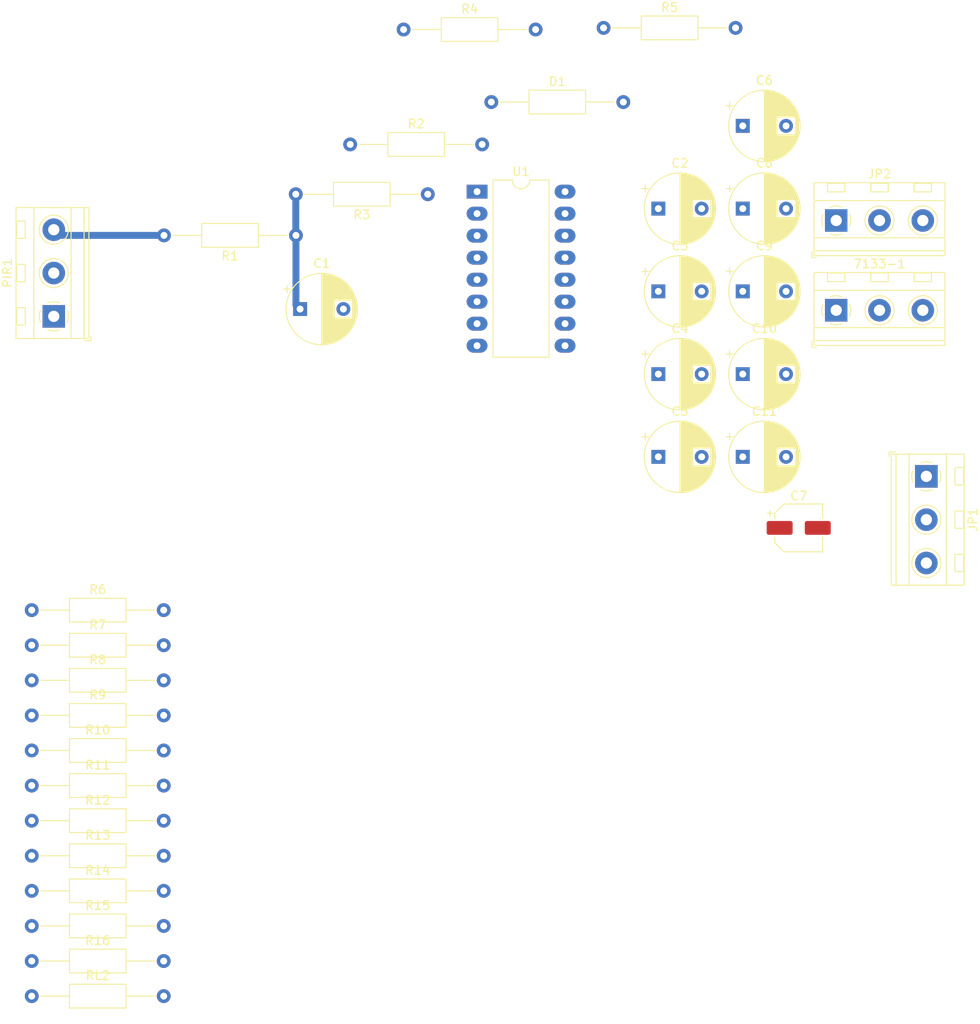
<source format=kicad_pcb>
(kicad_pcb (version 20240108) (generator "pcbnew") (generator_version "8.0")
  (layers (0 "F.Cu" signal) (31 "B.Cu" signal) (34 "B.Paste" user) (35 "F.Paste" user) (36 "B.SilkS" user "B.Silkscreen") (37 "F.SilkS" user "F.Silkscreen") (38 "B.Mask" user) (39 "F.Mask" user) (44 "Edge.Cuts" user))
  (net 0 "")
  (net 1 "GND")
  (net 2 "Net-(C1-Pad1)")
  (net 3 "Net-(C3-Pad1)")
  (net 4 "Net-(7133-1-Pin_1)")
  (net 5 "Net-(C5-Pad2)")
  (net 6 "Net-(U1-2+)")
  (net 7 "Net-(U1-2O)")
  (net 8 "Net-(C7-Pad2)")
  (net 9 "Net-(C7-Pad1)")
  (net 10 "Net-(U1-1O)")
  (net 11 "Net-(U1-1-)")
  (net 12 "Net-(U1-TC)")
  (net 13 "Net-(7133-1-Pin_3)")
  (net 14 "Net-(D1-A)")
  (net 15 "Net-(R2-Pad1)")
  (net 16 "Net-(U1-AFI)")
  (net 17 "Net-(U1-INH)")
  (net 18 "Net-(U1-1+)")
  (net 19 "Net-(R9-Pad2)")
  (net 20 "Net-(U1-ENR)")
  (net 21 "Net-(R14-Pad2)")
  (net 22 "Net-(U1-TR)")
  (net 23 "Net-(U1-OUT)")
  (net 24 "Net-(7133-1-Pin_2)")
  (net 25 "Net-(PIR1-Pin_2)")
  (net 26 "Net-(JP1-Pin_2)")
  (net 27 "Net-(JP2-Pin_2)")
  (net 28 "Net-(PIR1-Pin_3)")
  (footprint "Capacitor_THT:CP_Radial_D8.0mm_P5.00mm" (layer "F.Cu") (at 124.964698 96.06)
    (property "Reference" "C5" (at 2.5 -5.25 0) (layer "F.SilkS"))
    (property "Value" "47UF")
    (pad "1" thru_hole rect (at 0 0) (size 1.6 1.6) (drill 0.8) (layers "*.Cu" "*.Mask") (net 1 "GND"))
    (pad "2" thru_hole circle (at 5 0) (size 1.6 1.6) (drill 0.8) (layers "*.Cu" "*.Mask") (net 5 "Net-(C5-Pad2)"))
  )
  (footprint "Resistor_THT:R_Axial_DIN0207_L6.3mm_D2.5mm_P15.24mm_Horizontal" (layer "F.Cu") (at 52.61 121.85)
    (property "Reference" "R8" (at 7.62 -2.37 0) (layer "F.SilkS"))
    (property "Value" "18K")
    (pad "1" thru_hole circle (at 0 0) (size 1.6 1.6) (drill 0.8) (layers "*.Cu" "*.Mask") (net 25 "Net-(PIR1-Pin_2)"))
    (pad "2" thru_hole oval (at 15.24 0) (size 1.6 1.6) (drill 0.8) (layers "*.Cu" "*.Mask") (net 18 "Net-(U1-1+)"))
  )
  (footprint "Resistor_THT:R_Axial_DIN0207_L6.3mm_D2.5mm_P15.24mm_Horizontal" (layer "F.Cu") (at 105.68 55.11)
    (property "Reference" "D1" (at 7.62 -2.37 0) (layer "F.SilkS"))
    (property "Value" "D")
    (pad "1" thru_hole circle (at 0 0) (size 1.6 1.6) (drill 0.8) (layers "*.Cu" "*.Mask") (net 24 "Net-(7133-1-Pin_2)"))
    (pad "2" thru_hole oval (at 15.24 0) (size 1.6 1.6) (drill 0.8) (layers "*.Cu" "*.Mask") (net 14 "Net-(D1-A)"))
  )
  (footprint "Resistor_THT:R_Axial_DIN0207_L6.3mm_D2.5mm_P15.24mm_Horizontal" (layer "F.Cu") (at 52.61 117.8)
    (property "Reference" "R7" (at 7.62 -2.37 0) (layer "F.SilkS"))
    (property "Value" "1M")
    (pad "1" thru_hole circle (at 0 0) (size 1.6 1.6) (drill 0.8) (layers "*.Cu" "*.Mask") (net 17 "Net-(U1-INH)"))
    (pad "2" thru_hole oval (at 15.24 0) (size 1.6 1.6) (drill 0.8) (layers "*.Cu" "*.Mask") (net 15 "Net-(R2-Pad1)"))
  )
  (footprint "Resistor_THT:R_Axial_DIN0207_L6.3mm_D2.5mm_P15.24mm_Horizontal" (layer "F.Cu") (at 52.61 134)
    (property "Reference" "R11" (at 7.62 -2.37 0) (layer "F.SilkS"))
    (property "Value" "2K")
    (pad "1" thru_hole circle (at 0 0) (size 1.6 1.6) (drill 0.8) (layers "*.Cu" "*.Mask") (net 9 "Net-(C7-Pad1)"))
    (pad "2" thru_hole oval (at 15.24 0) (size 1.6 1.6) (drill 0.8) (layers "*.Cu" "*.Mask") (net 8 "Net-(C7-Pad2)"))
  )
  (footprint "Capacitor_THT:CP_Radial_D8.0mm_P5.00mm" (layer "F.Cu") (at 134.709396 96.06)
    (property "Reference" "C11" (at 2.5 -5.25 0) (layer "F.SilkS"))
    (property "Value" "104P")
    (pad "1" thru_hole rect (at 0 0) (size 1.6 1.6) (drill 0.8) (layers "*.Cu" "*.Mask") (net 13 "Net-(7133-1-Pin_3)"))
    (pad "2" thru_hole circle (at 5 0) (size 1.6 1.6) (drill 0.8) (layers "*.Cu" "*.Mask") (net 1 "GND"))
  )
  (footprint "Resistor_THT:R_Axial_DIN0207_L6.3mm_D2.5mm_P15.24mm_Horizontal" (layer "F.Cu") (at 52.61 158.3)
    (property "Reference" "RL2" (at 7.62 -2.37 0) (layer "F.SilkS"))
    (property "Value" "1M")
    (pad "1" thru_hole circle (at 0 0) (size 1.6 1.6) (drill 0.8) (layers "*.Cu" "*.Mask") (net 19 "Net-(R9-Pad2)"))
    (pad "2" thru_hole oval (at 15.24 0) (size 1.6 1.6) (drill 0.8) (layers "*.Cu" "*.Mask") (net 7 "Net-(U1-2O)"))
  )
  (footprint "Resistor_THT:R_Axial_DIN0207_L6.3mm_D2.5mm_P15.24mm_Horizontal" (layer "F.Cu") (at 52.61 129.95)
    (property "Reference" "R10" (at 7.62 -2.37 0) (layer "F.SilkS"))
    (property "Value" "6.8K")
    (pad "1" thru_hole circle (at 0 0) (size 1.6 1.6) (drill 0.8) (layers "*.Cu" "*.Mask") (net 8 "Net-(C7-Pad2)"))
    (pad "2" thru_hole oval (at 15.24 0) (size 1.6 1.6) (drill 0.8) (layers "*.Cu" "*.Mask") (net 6 "Net-(U1-2+)"))
  )
  (footprint "Capacitor_THT:CP_Radial_D8.0mm_P5.00mm" (layer "F.Cu") (at 83.597349 79)
    (property "Reference" "C1" (at 2.5 -5.25 0) (layer "F.SilkS"))
    (property "Value" "47UF")
    (pad "1" thru_hole rect (at 0 0) (size 1.6 1.6) (drill 0.8) (layers "*.Cu" "*.Mask") (net 2 "Net-(C1-Pad1)"))
    (pad "2" thru_hole circle (at 5 0) (size 1.6 1.6) (drill 0.8) (layers "*.Cu" "*.Mask") (net 1 "GND"))
  )
  (footprint "Resistor_THT:R_Axial_DIN0207_L6.3mm_D2.5mm_P15.24mm_Horizontal" (layer "F.Cu") (at 52.61 138.05)
    (property "Reference" "R12" (at 7.62 -2.37 0) (layer "F.SilkS"))
    (property "Value" "1M")
    (pad "1" thru_hole circle (at 0 0) (size 1.6 1.6) (drill 0.8) (layers "*.Cu" "*.Mask") (net 10 "Net-(U1-1O)"))
    (pad "2" thru_hole oval (at 15.24 0) (size 1.6 1.6) (drill 0.8) (layers "*.Cu" "*.Mask") (net 11 "Net-(U1-1-)"))
  )
  (footprint "Resistor_THT:R_Axial_DIN0207_L6.3mm_D2.5mm_P15.24mm_Horizontal" (layer "F.Cu") (at 118.64 46.55)
    (property "Reference" "R5" (at 7.62 -2.37 0) (layer "F.SilkS"))
    (property "Value" "1M")
    (pad "1" thru_hole circle (at 0 0) (size 1.6 1.6) (drill 0.8) (layers "*.Cu" "*.Mask") (net 16 "Net-(U1-AFI)"))
    (pad "2" thru_hole oval (at 15.24 0) (size 1.6 1.6) (drill 0.8) (layers "*.Cu" "*.Mask") (net 1 "GND"))
  )
  (footprint "Resistor_THT:R_Axial_DIN0207_L6.3mm_D2.5mm_P15.24mm_Horizontal" (layer "F.Cu") (at 83.12 70.5 180)
    (property "Reference" "R1" (at 7.62 -2.37 180) (layer "F.SilkS"))
    (property "Value" "18K")
    (pad "1" thru_hole circle (at 0 0 180) (size 1.6 1.6) (drill 0.8) (layers "*.Cu" "*.Mask") (net 2 "Net-(C1-Pad1)"))
    (pad "2" thru_hole oval (at 15.24 0 180) (size 1.6 1.6) (drill 0.8) (layers "*.Cu" "*.Mask") (net 28 "Net-(PIR1-Pin_3)"))
  )
  (footprint "TerminalBlock_MetzConnect:TerminalBlock_MetzConnect_Type094_RT03503HBLU_1x03_P5.00mm_Horizontal" (layer "F.Cu") (at 155.91 98.31 -90)
    (property "Reference" "JP1" (at 5 -5.36 90) (layer "F.SilkS"))
    (property "Value" "Screw_Terminal_01x03")
    (pad "1" thru_hole rect (at 0 0 270) (size 2.6 2.6) (drill 1.3) (layers "*.Cu" "*.Mask") (net 4 "Net-(7133-1-Pin_1)"))
    (pad "2" thru_hole circle (at 5 0 270) (size 2.6 2.6) (drill 1.3) (layers "*.Cu" "*.Mask") (net 26 "Net-(JP1-Pin_2)"))
    (pad "3" thru_hole circle (at 10 0 270) (size 2.6 2.6) (drill 1.3) (layers "*.Cu" "*.Mask") (net 1 "GND"))
  )
  (footprint "Capacitor_SMD:CP_Elec_5x3" (layer "F.Cu") (at 141.17 104.26)
    (property "Reference" "C7" (at 0 -3.7 0) (layer "F.SilkS"))
    (property "Value" "104P")
    (pad "1" smd roundrect (at -2.2 0) (size 3 1.6) (layers "F.Cu" "F.Paste" "F.Mask") (roundrect_rratio 0.15625) (net 9 "Net-(C7-Pad1)"))
    (pad "2" smd roundrect (at 2.2 0) (size 3 1.6) (layers "F.Cu" "F.Paste" "F.Mask") (roundrect_rratio 0.15625) (net 8 "Net-(C7-Pad2)"))
  )
  (footprint "Resistor_THT:R_Axial_DIN0207_L6.3mm_D2.5mm_P15.24mm_Horizontal" (layer "F.Cu") (at 95.55 46.74)
    (property "Reference" "R4" (at 7.62 -2.37 0) (layer "F.SilkS"))
    (property "Value" "47k")
    (pad "1" thru_hole circle (at 0 0) (size 1.6 1.6) (drill 0.8) (layers "*.Cu" "*.Mask") (net 25 "Net-(PIR1-Pin_2)"))
    (pad "2" thru_hole oval (at 15.24 0) (size 1.6 1.6) (drill 0.8) (layers "*.Cu" "*.Mask") (net 1 "GND"))
  )
  (footprint "Capacitor_THT:CP_Radial_D8.0mm_P5.00mm" (layer "F.Cu") (at 134.709396 76.96)
    (property "Reference" "C9" (at 2.5 -5.25 0) (layer "F.SilkS"))
    (property "Value" "103p")
    (pad "1" thru_hole rect (at 0 0) (size 1.6 1.6) (drill 0.8) (layers "*.Cu" "*.Mask") (net 10 "Net-(U1-1O)"))
    (pad "2" thru_hole circle (at 5 0) (size 1.6 1.6) (drill 0.8) (layers "*.Cu" "*.Mask") (net 11 "Net-(U1-1-)"))
  )
  (footprint "Package_DIP:DIP-16_W10.16mm_LongPads" (layer "F.Cu") (at 104.03 65.45)
    (property "Reference" "U1" (at 5.08 -2.33 0) (layer "F.SilkS"))
    (property "Value" "~")
    (pad "1" thru_hole rect (at 0 0) (size 2.4 1.6) (drill 0.8) (layers "*.Cu" "*.Mask") (net 26 "Net-(JP1-Pin_2)"))
    (pad "2" thru_hole oval (at 0 2.54) (size 2.4 1.6) (drill 0.8) (layers "*.Cu" "*.Mask") (net 23 "Net-(U1-OUT)"))
    (pad "3" thru_hole oval (at 0 5.08) (size 2.4 1.6) (drill 0.8) (layers "*.Cu" "*.Mask") (net 22 "Net-(U1-TR)"))
    (pad "4" thru_hole oval (at 0 7.62) (size 2.4 1.6) (drill 0.8) (layers "*.Cu" "*.Mask") (net 12 "Net-(U1-TC)"))
    (pad "5" thru_hole oval (at 0 10.16) (size 2.4 1.6) (drill 0.8) (layers "*.Cu" "*.Mask") (net 13 "Net-(7133-1-Pin_3)"))
    (pad "6" thru_hole oval (at 0 12.7) (size 2.4 1.6) (drill 0.8) (layers "*.Cu" "*.Mask") (net 20 "Net-(U1-ENR)"))
    (pad "7" thru_hole oval (at 0 15.24) (size 2.4 1.6) (drill 0.8) (layers "*.Cu" "*.Mask") (net 1 "GND"))
    (pad "8" thru_hole oval (at 0 17.78) (size 2.4 1.6) (drill 0.8) (layers "*.Cu" "*.Mask") (net 4 "Net-(7133-1-Pin_1)"))
    (pad "9" thru_hole oval (at 10.16 17.78) (size 2.4 1.6) (drill 0.8) (layers "*.Cu" "*.Mask") (net 17 "Net-(U1-INH)"))
    (pad "10" thru_hole oval (at 10.16 15.24) (size 2.4 1.6) (drill 0.8) (layers "*.Cu" "*.Mask") (net 16 "Net-(U1-AFI)"))
    (pad "11" thru_hole oval (at 10.16 12.7) (size 2.4 1.6) (drill 0.8) (layers "*.Cu" "*.Mask") (net 4 "Net-(7133-1-Pin_1)"))
    (pad "12" thru_hole oval (at 10.16 10.16) (size 2.4 1.6) (drill 0.8) (layers "*.Cu" "*.Mask") (net 7 "Net-(U1-2O)"))
    (pad "13" thru_hole oval (at 10.16 7.62) (size 2.4 1.6) (drill 0.8) (layers "*.Cu" "*.Mask") (net 6 "Net-(U1-2+)"))
    (pad "14" thru_hole oval (at 10.16 5.08) (size 2.4 1.6) (drill 0.8) (layers "*.Cu" "*.Mask") (net 18 "Net-(U1-1+)"))
    (pad "15" thru_hole oval (at 10.16 2.54) (size 2.4 1.6) (drill 0.8) (layers "*.Cu" "*.Mask") (net 11 "Net-(U1-1-)"))
    (pad "16" thru_hole oval (at 10.16 0) (size 2.4 1.6) (drill 0.8) (layers "*.Cu" "*.Mask") (net 10 "Net-(U1-1O)"))
  )
  (footprint "Resistor_THT:R_Axial_DIN0207_L6.3mm_D2.5mm_P15.24mm_Horizontal" (layer "F.Cu") (at 89.38 60)
    (property "Reference" "R2" (at 7.62 -2.37 0) (layer "F.SilkS"))
    (property "Value" "A9050")
    (pad "1" thru_hole circle (at 0 0) (size 1.6 1.6) (drill 0.8) (layers "*.Cu" "*.Mask") (net 15 "Net-(R2-Pad1)"))
    (pad "2" thru_hole oval (at 15.24 0) (size 1.6 1.6) (drill 0.8) (layers "*.Cu" "*.Mask") (net 1 "GND"))
  )
  (footprint "Resistor_THT:R_Axial_DIN0207_L6.3mm_D2.5mm_P15.24mm_Horizontal" (layer "F.Cu") (at 52.61 142.1)
    (property "Reference" "R13" (at 7.62 -2.37 0) (layer "F.SilkS"))
    (property "Value" "1M")
    (pad "1" thru_hole circle (at 0 0) (size 1.6 1.6) (drill 0.8) (layers "*.Cu" "*.Mask") (net 20 "Net-(U1-ENR)"))
    (pad "2" thru_hole oval (at 15.24 0) (size 1.6 1.6) (drill 0.8) (layers "*.Cu" "*.Mask") (net 13 "Net-(7133-1-Pin_3)"))
  )
  (footprint "TerminalBlock_MetzConnect:TerminalBlock_MetzConnect_Type094_RT03503HBLU_1x03_P5.00mm_Horizontal" (layer "F.Cu") (at 55.155 79.845 90)
    (property "Reference" "PIR1" (at 5 -5.36 -90) (layer "F.SilkS"))
    (property "Value" "Screw_Terminal_01x03")
    (pad "1" thru_hole rect (at 0 0 90) (size 2.6 2.6) (drill 1.3) (layers "*.Cu" "*.Mask") (net 1 "GND"))
    (pad "2" thru_hole circle (at 5 0 90) (size 2.6 2.6) (drill 1.3) (layers "*.Cu" "*.Mask") (net 25 "Net-(PIR1-Pin_2)"))
    (pad "3" thru_hole circle (at 10 0 90) (size 2.6 2.6) (drill 1.3) (layers "*.Cu" "*.Mask") (net 28 "Net-(PIR1-Pin_3)"))
  )
  (footprint "Resistor_THT:R_Axial_DIN0207_L6.3mm_D2.5mm_P15.24mm_Horizontal" (layer "F.Cu") (at 52.61 154.25)
    (property "Reference" "R16" (at 7.62 -2.37 0) (layer "F.SilkS"))
    (property "Value" "1K")
    (pad "1" thru_hole circle (at 0 0) (size 1.6 1.6) (drill 0.8) (layers "*.Cu" "*.Mask") (net 23 "Net-(U1-OUT)"))
    (pad "2" thru_hole oval (at 15.24 0) (size 1.6 1.6) (drill 0.8) (layers "*.Cu" "*.Mask") (net 27 "Net-(JP2-Pin_2)"))
  )
  (footprint "Capacitor_THT:CP_Radial_D8.0mm_P5.00mm" (layer "F.Cu") (at 134.709396 86.51)
    (property "Reference" "C10" (at 2.5 -5.25 0) (layer "F.SilkS"))
    (property "Value" "103P")
    (pad "1" thru_hole rect (at 0 0) (size 1.6 1.6) (drill 0.8) (layers "*.Cu" "*.Mask") (net 12 "Net-(U1-TC)"))
    (pad "2" thru_hole circle (at 5 0) (size 1.6 1.6) (drill 0.8) (layers "*.Cu" "*.Mask") (net 1 "GND"))
  )
  (footprint "TerminalBlock_MetzConnect:TerminalBlock_MetzConnect_Type094_RT03503HBLU_1x03_P5.00mm_Horizontal" (layer "F.Cu") (at 145.5 68.78)
    (property "Reference" "JP2" (at 5 -5.36 0) (layer "F.SilkS"))
    (property "Value" "Screw_Terminal_01x03")
    (pad "1" thru_hole rect (at 0 0) (size 2.6 2.6) (drill 1.3) (layers "*.Cu" "*.Mask") (net 14 "Net-(D1-A)"))
    (pad "2" thru_hole circle (at 5 0) (size 2.6 2.6) (drill 1.3) (layers "*.Cu" "*.Mask") (net 27 "Net-(JP2-Pin_2)"))
    (pad "3" thru_hole circle (at 10 0) (size 2.6 2.6) (drill 1.3) (layers "*.Cu" "*.Mask") (net 13 "Net-(7133-1-Pin_3)"))
  )
  (footprint "Capacitor_THT:CP_Radial_D8.0mm_P5.00mm" (layer "F.Cu") (at 124.964698 86.51)
    (property "Reference" "C4" (at 2.5 -5.25 0) (layer "F.SilkS"))
    (property "Value" "502P")
    (pad "1" thru_hole rect (at 0 0) (size 1.6 1.6) (drill 0.8) (layers "*.Cu" "*.Mask") (net 11 "Net-(U1-1-)"))
    (pad "2" thru_hole circle (at 5 0) (size 1.6 1.6) (drill 0.8) (layers "*.Cu" "*.Mask") (net 3 "Net-(C3-Pad1)"))
  )
  (footprint "Capacitor_THT:CP_Radial_D8.0mm_P5.00mm" (layer "F.Cu") (at 124.964698 67.41)
    (property "Reference" "C2" (at 2.5 -5.25 0) (layer "F.SilkS"))
    (property "Value" "103P")
    (pad "1" thru_hole rect (at 0 0) (size 1.6 1.6) (drill 0.8) (layers "*.Cu" "*.Mask") (net 25 "Net-(PIR1-Pin_2)"))
    (pad "2" thru_hole circle (at 5 0) (size 1.6 1.6) (drill 0.8) (layers "*.Cu" "*.Mask") (net 1 "GND"))
  )
  (footprint "Capacitor_THT:CP_Radial_D8.0mm_P5.00mm" (layer "F.Cu") (at 134.709396 57.86)
    (property "Reference" "C6" (at 2.5 -5.25 0) (layer "F.SilkS"))
    (property "Value" "103P")
    (pad "1" thru_hole rect (at 0 0) (size 1.6 1.6) (drill 0.8) (layers "*.Cu" "*.Mask") (net 6 "Net-(U1-2+)"))
    (pad "2" thru_hole circle (at 5 0) (size 1.6 1.6) (drill 0.8) (layers "*.Cu" "*.Mask") (net 7 "Net-(U1-2O)"))
  )
  (footprint "TerminalBlock_MetzConnect:TerminalBlock_MetzConnect_Type094_RT03503HBLU_1x03_P5.00mm_Horizontal" (layer "F.Cu") (at 145.5 79.14)
    (property "Reference" "7133-1" (at 5 -5.36 0) (layer "F.SilkS"))
    (property "Value" "Screw_Terminal_01x03")
    (pad "1" thru_hole rect (at 0 0) (size 2.6 2.6) (drill 1.3) (layers "*.Cu" "*.Mask") (net 4 "Net-(7133-1-Pin_1)"))
    (pad "2" thru_hole circle (at 5 0) (size 2.6 2.6) (drill 1.3) (layers "*.Cu" "*.Mask") (net 24 "Net-(7133-1-Pin_2)"))
    (pad "3" thru_hole circle (at 10 0) (size 2.6 2.6) (drill 1.3) (layers "*.Cu" "*.Mask") (net 13 "Net-(7133-1-Pin_3)"))
  )
  (footprint "Resistor_THT:R_Axial_DIN0207_L6.3mm_D2.5mm_P15.24mm_Horizontal" (layer "F.Cu") (at 52.61 150.2)
    (property "Reference" "R15" (at 7.62 -2.37 0) (layer "F.SilkS"))
    (property "Value" "1M")
    (pad "1" thru_hole circle (at 0 0) (size 1.6 1.6) (drill 0.8) (layers "*.Cu" "*.Mask") (net 21 "Net-(R14-Pad2)"))
    (pad "2" thru_hole oval (at 15.24 0) (size 1.6 1.6) (drill 0.8) (layers "*.Cu" "*.Mask") (net 12 "Net-(U1-TC)"))
  )
  (footprint "Resistor_THT:R_Axial_DIN0207_L6.3mm_D2.5mm_P15.24mm_Horizontal" (layer "F.Cu") (at 98.34 65.75 180)
    (property "Reference" "R3" (at 7.62 -2.37 180) (layer "F.SilkS"))
    (property "Value" "10k")
    (pad "1" thru_hole circle (at 0 0 180) (size 1.6 1.6) (drill 0.8) (layers "*.Cu" "*.Mask") (net 4 "Net-(7133-1-Pin_1)"))
    (pad "2" thru_hole oval (at 15.24 0 180) (size 1.6 1.6) (drill 0.8) (layers "*.Cu" "*.Mask") (net 2 "Net-(C1-Pad1)"))
  )
  (footprint "Resistor_THT:R_Axial_DIN0207_L6.3mm_D2.5mm_P15.24mm_Horizontal" (layer "F.Cu") (at 52.61 146.15)
    (property "Reference" "R14" (at 7.62 -2.37 0) (layer "F.SilkS"))
    (property "Value" "10K")
    (pad "1" thru_hole circle (at 0 0) (size 1.6 1.6) (drill 0.8) (layers "*.Cu" "*.Mask") (net 22 "Net-(U1-TR)"))
    (pad "2" thru_hole oval (at 15.24 0) (size 1.6 1.6) (drill 0.8) (layers "*.Cu" "*.Mask") (net 21 "Net-(R14-Pad2)"))
  )
  (footprint "Resistor_THT:R_Axial_DIN0207_L6.3mm_D2.5mm_P15.24mm_Horizontal" (layer "F.Cu") (at 52.61 125.9)
    (property "Reference" "R9" (at 7.62 -2.37 0) (layer "F.SilkS"))
    (property "Value" "470K")
    (pad "1" thru_hole circle (at 0 0) (size 1.6 1.6) (drill 0.8) (layers "*.Cu" "*.Mask") (net 6 "Net-(U1-2+)"))
    (pad "2" thru_hole oval (at 15.24 0) (size 1.6 1.6) (drill 0.8) (layers "*.Cu" "*.Mask") (net 19 "Net-(R9-Pad2)"))
  )
  (footprint "Capacitor_THT:CP_Radial_D8.0mm_P5.00mm" (layer "F.Cu") (at 134.709396 67.41)
    (property "Reference" "C8" (at 2.5 -5.25 0) (layer "F.SilkS"))
    (property "Value" "22uf")
    (pad "1" thru_hole rect (at 0 0) (size 1.6 1.6) (drill 0.8) (layers "*.Cu" "*.Mask") (net 9 "Net-(C7-Pad1)"))
    (pad "2" thru_hole circle (at 5 0) (size 1.6 1.6) (drill 0.8) (layers "*.Cu" "*.Mask") (net 10 "Net-(U1-1O)"))
  )
  (footprint "Capacitor_THT:CP_Radial_D8.0mm_P5.00mm" (layer "F.Cu") (at 124.964698 76.96)
    (property "Reference" "C3" (at 2.5 -5.25 0) (layer "F.SilkS"))
    (property "Value" "103P")
    (pad "1" thru_hole rect (at 0 0) (size 1.6 1.6) (drill 0.8) (layers "*.Cu" "*.Mask") (net 3 "Net-(C3-Pad1)"))
    (pad "2" thru_hole circle (at 5 0) (size 1.6 1.6) (drill 0.8) (layers "*.Cu" "*.Mask") (net 1 "GND"))
  )
  (footprint "Resistor_THT:R_Axial_DIN0207_L6.3mm_D2.5mm_P15.24mm_Horizontal" (layer "F.Cu") (at 52.61 113.75)
    (property "Reference" "R6" (at 7.62 -2.37 0) (layer "F.SilkS"))
    (property "Value" "18K")
    (pad "1" thru_hole circle (at 0 0) (size 1.6 1.6) (drill 0.8) (layers "*.Cu" "*.Mask") (net 5 "Net-(C5-Pad2)"))
    (pad "2" thru_hole oval (at 15.24 0) (size 1.6 1.6) (drill 0.8) (layers "*.Cu" "*.Mask") (net 11 "Net-(U1-1-)"))
  )
  (segment (start 83.1 70.48) (end 83.12 70.5) (width 0.8) (layer "B.Cu") (net 2))
  (segment (start 83.12 70.5) (end 83.12 78.522651) (width 0.8) (layer "B.Cu") (net 2))
  (segment (start 83.12 78.522651) (end 83.597349 79) (width 0.8) (layer "B.Cu") (net 2))
  (segment (start 83.14 70.52) (end 83.12 70.5) (width 0.8) (layer "B.Cu") (net 2))
  (segment (start 82.98 70.36) (end 83.12 70.5) (width 0.8) (layer "B.Cu") (net 2))
  (segment (start 83.07 70.45) (end 83.12 70.5) (width 0.8) (layer "B.Cu") (net 2))
  (segment (start 83.1 65.75) (end 83.1 70.48) (width 0.8) (layer "B.Cu") (net 2))
  (segment (start 55.81 70.5) (end 55.155 69.845) (width 0.8) (layer "B.Cu") (net 28))
  (segment (start 67.88 70.5) (end 55.81 70.5) (width 0.8) (layer "B.Cu") (net 28))
)
</source>
